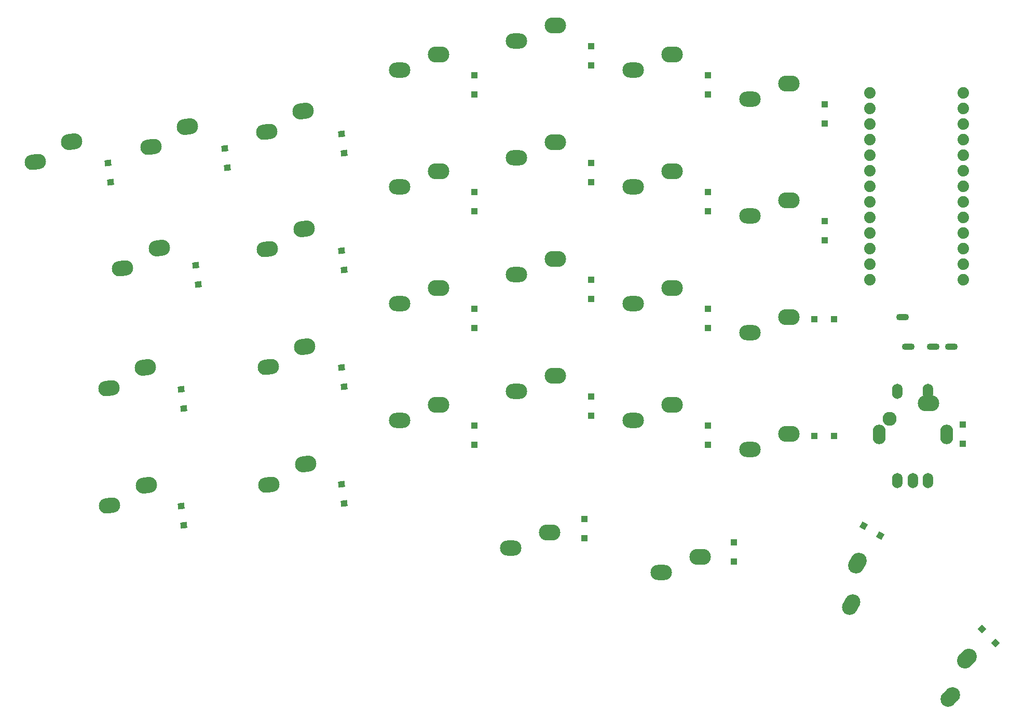
<source format=gbs>
G04 Layer: BottomSolderMaskLayer*
G04 EasyEDA v6.5.23, 2023-04-24 17:17:17*
G04 23e7ac7152a545cbaba16701c0d6254d,351801b383604bb389f78a6fc88bd684,10*
G04 Gerber Generator version 0.2*
G04 Scale: 100 percent, Rotated: No, Reflected: No *
G04 Dimensions in inches *
G04 leading zeros omitted , absolute positions ,3 integer and 6 decimal *
%FSLAX36Y36*%
%MOIN*%

%AMMACRO1*1,1,$1,$2,$3*1,1,$1,$4,$5*1,1,$1,0-$2,0-$3*1,1,$1,0-$4,0-$5*20,1,$1,$2,$3,$4,$5,0*20,1,$1,$4,$5,0-$2,0-$3,0*20,1,$1,0-$2,0-$3,0-$4,0-$5,0*20,1,$1,0-$4,0-$5,$2,$3,0*4,1,4,$2,$3,$4,$5,0-$2,0-$3,0-$4,0-$5,$2,$3,0*%
%AMMACRO2*1,1,$1,$2,$3*1,1,$1,$4,$5*20,1,$1,$2,$3,$4,$5,0*%
%ADD10MACRO1,0.004X-0.0007X-0.0257X0.0257X0.0007*%
%ADD11MACRO1,0.004X-0.0007X-0.0258X0.0258X0.0007*%
%ADD12MACRO1,0.004X0.006X-0.0251X0.0247X0.0073*%
%ADD13MACRO1,0.004X-0.0187X-0.0177X0.0187X-0.0177*%
%ADD14MACRO1,0.004X0.0187X0.0177X-0.0187X0.0177*%
%ADD15MACRO1,0.004X-0.0177X0.0187X-0.0177X-0.0187*%
%ADD16MACRO1,0.004X0.0162X0.02X-0.0209X0.0151*%
%ADD17MACRO2,0.0985X-0.0098X-0.017X0.0098X0.017*%
%ADD18MACRO2,0.1024X-0.0089X-0.0153X0.0089X0.0153*%
%ADD19O,0.137858X0.098488*%
%ADD20O,0.137858X0.102425*%
%ADD21MACRO2,0.1024X-0.0176X-0.0023X0.0176X0.0023*%
%ADD22MACRO2,0.0985X-0.0195X-0.0026X0.0195X0.0026*%
%ADD23MACRO2,0.0985X-0.0139X-0.0139X0.0139X0.0139*%
%ADD24MACRO2,0.1024X-0.0125X-0.0125X0.0125X0.0125*%
%ADD25C,0.0900*%
%ADD26O,0.08267799999999999X0.043308*%
%ADD27O,0.066992X0.098488*%
%ADD28O,0.08274X0.12604700000000002*%
%ADD29C,0.0740*%

%LPD*%
D10*
G01*
X-542790Y874665D03*
D11*
G01*
X-630482Y962357D03*
D12*
G01*
X-1282461Y1563127D03*
G01*
X-1389861Y1625134D03*
D13*
G01*
X-2223750Y1395628D03*
G01*
X-2223750Y1519643D03*
G01*
X-3183750Y1545628D03*
G01*
X-3183750Y1669643D03*
D14*
G01*
X-753750Y2275621D03*
G01*
X-753750Y2151606D03*
D15*
G01*
X-1705621Y2203125D03*
G01*
X-1581606Y2203125D03*
G01*
X-1705621Y2953125D03*
G01*
X-1581606Y2953125D03*
D14*
G01*
X-1640225Y3583141D03*
G01*
X-1640225Y3459126D03*
G01*
X-1640225Y4333141D03*
G01*
X-1640225Y4209126D03*
G01*
X-2390225Y2270641D03*
G01*
X-2390225Y2146626D03*
G01*
X-2390225Y3020641D03*
G01*
X-2390225Y2896626D03*
G01*
X-3140225Y2458141D03*
G01*
X-3140225Y2334126D03*
G01*
X-3890225Y2270641D03*
G01*
X-3890225Y2146626D03*
G01*
X-3140225Y3208141D03*
G01*
X-3140225Y3084126D03*
G01*
X-3890225Y3020641D03*
G01*
X-3890225Y2896626D03*
G01*
X-2390225Y3770641D03*
G01*
X-2390225Y3646626D03*
G01*
X-2390225Y4520641D03*
G01*
X-2390225Y4396626D03*
G01*
X-3140225Y3958141D03*
G01*
X-3140225Y3834126D03*
G01*
X-3140225Y4708141D03*
G01*
X-3140225Y4584126D03*
G01*
X-3890225Y3770641D03*
G01*
X-3890225Y3646626D03*
G01*
X-3890225Y4520641D03*
G01*
X-3890225Y4396626D03*
D16*
G01*
X-4742859Y1892565D03*
G01*
X-4726671Y1769611D03*
G01*
X-5774109Y1751940D03*
G01*
X-5757921Y1628986D03*
G01*
X-4742859Y2642565D03*
G01*
X-4726671Y2519611D03*
G01*
X-5774109Y2501940D03*
G01*
X-5757921Y2378986D03*
G01*
X-5680359Y3298815D03*
G01*
X-5664171Y3175861D03*
G01*
X-4742859Y3392565D03*
G01*
X-4726671Y3269611D03*
G01*
X-4742859Y4142565D03*
G01*
X-4726671Y4019611D03*
G01*
X-5492859Y4048815D03*
G01*
X-5476671Y3925861D03*
G01*
X-6242859Y3955065D03*
G01*
X-6226671Y3832111D03*
D17*
G01*
X-1468849Y1120630D03*
D18*
G01*
X-1430450Y1387140D03*
D19*
G01*
X-2690050Y1327350D03*
D20*
G01*
X-2440050Y1427350D03*
D19*
G01*
X-3656239Y1483829D03*
D20*
G01*
X-3406239Y1583829D03*
D21*
G01*
X-5913989Y3411269D03*
D22*
G01*
X-6148800Y3279500D03*
D21*
G01*
X-6001990Y2643210D03*
D22*
G01*
X-6236800Y2511440D03*
D21*
G01*
X-5997049Y1887390D03*
D22*
G01*
X-6231860Y1755620D03*
G01*
X-5967849Y4059790D03*
D21*
G01*
X-5733040Y4191569D03*
D22*
G01*
X-6711440Y3961890D03*
D21*
G01*
X-6476630Y4093669D03*
D19*
G01*
X-4368739Y4553119D03*
D20*
G01*
X-4118750Y4653119D03*
D19*
G01*
X-4368750Y3803119D03*
D20*
G01*
X-4118750Y3903119D03*
D19*
G01*
X-4368739Y3053119D03*
D20*
G01*
X-4118750Y3153119D03*
D19*
G01*
X-4368750Y2303119D03*
D20*
G01*
X-4118739Y2403119D03*
D19*
G01*
X-3618750Y2490619D03*
D20*
G01*
X-3368750Y2590619D03*
D19*
G01*
X-3618750Y3240630D03*
D20*
G01*
X-3368739Y3340619D03*
D19*
G01*
X-3618739Y3990619D03*
D20*
G01*
X-3368750Y4090619D03*
D19*
G01*
X-3618750Y4740619D03*
D20*
G01*
X-3368739Y4840619D03*
D19*
G01*
X-2868750Y2303119D03*
D20*
G01*
X-2618750Y2403119D03*
D19*
G01*
X-2868750Y3053130D03*
D20*
G01*
X-2618739Y3153119D03*
D19*
G01*
X-2868739Y3803119D03*
D20*
G01*
X-2618750Y3903119D03*
D19*
G01*
X-2868750Y4553119D03*
D20*
G01*
X-2618739Y4653119D03*
D19*
G01*
X-2118750Y2115619D03*
D20*
G01*
X-1868750Y2215619D03*
D19*
G01*
X-2118750Y2865619D03*
D20*
G01*
X-1868739Y2965619D03*
D19*
G01*
X-2118739Y3615619D03*
D20*
G01*
X-1868750Y3715619D03*
D19*
G01*
X-2118750Y4365619D03*
D20*
G01*
X-1868739Y4465619D03*
D22*
G01*
X-5209430Y1890219D03*
D21*
G01*
X-4974620Y2022000D03*
D22*
G01*
X-5214369Y2646040D03*
D21*
G01*
X-4979569Y2777819D03*
D22*
G01*
X-5219320Y3401859D03*
D21*
G01*
X-4984510Y3533640D03*
D23*
G01*
X-833020Y527139D03*
D24*
G01*
X-726959Y774619D03*
D25*
G01*
X-1224180Y2312959D03*
D20*
G01*
X-974180Y2412959D03*
D22*
G01*
X-5224270Y4157680D03*
D21*
G01*
X-4989459Y4289460D03*
D26*
G01*
X-826770Y2776660D03*
G01*
X-944879Y2776660D03*
G01*
X-1102359Y2776660D03*
G01*
X-1141729Y2965639D03*
D27*
G01*
X-1172600Y1917680D03*
G01*
X-975749Y1917680D03*
G01*
X-1074180Y1917680D03*
G01*
X-975749Y2488539D03*
G01*
X-1172600Y2488539D03*
D28*
G01*
X-857640Y2212950D03*
G01*
X-1290709Y2212950D03*
D29*
G01*
X-1350000Y4406239D03*
G01*
X-1350000Y4306239D03*
G01*
X-1350000Y4206239D03*
G01*
X-1350000Y4106239D03*
G01*
X-1350000Y4006239D03*
G01*
X-1350000Y3906239D03*
G01*
X-1350000Y3806239D03*
G01*
X-1350000Y3706239D03*
G01*
X-1350000Y3606239D03*
G01*
X-1350000Y3506239D03*
G01*
X-1350000Y3406239D03*
G01*
X-1350000Y3306239D03*
G01*
X-1350000Y3206239D03*
G01*
X-750000Y3206239D03*
G01*
X-750000Y3306239D03*
G01*
X-750000Y3406239D03*
G01*
X-750000Y3506239D03*
G01*
X-750000Y3606239D03*
G01*
X-750000Y3706239D03*
G01*
X-750000Y3806239D03*
G01*
X-750000Y3906239D03*
G01*
X-750000Y4006239D03*
G01*
X-750000Y4106239D03*
G01*
X-750000Y4206239D03*
G01*
X-750000Y4306239D03*
G01*
X-750000Y4406239D03*
M02*

</source>
